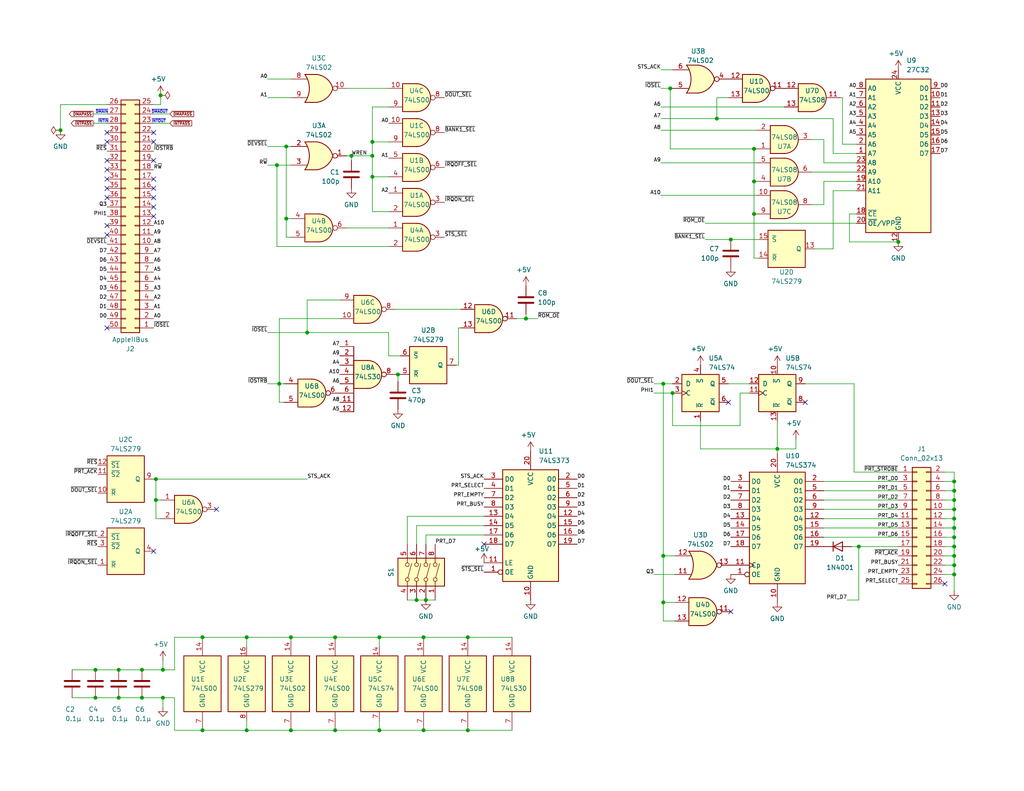
<source format=kicad_sch>
(kicad_sch (version 20230121) (generator eeschema)
  (paper "USLetter")
  (title_block (title "Orange Micro Grappler+ Printer Card") (date "2023-11-06") (rev "C") (comment 2 "captured by Mark Aikens") (comment 3 "by Orange Micro") (comment 4 "Apple II printer card"))
  (lib_symbols
    (symbol "74xx:74LS00" (pin_names (offset 1.016))
      (property "Reference" "U" (at 0 1.27 0))
      (property "Value" "74LS00" (at 0 -1.27 0))
      (symbol "74LS00_1_1"
        (pin input line (at -7.62 2.54 0) (length 3.81) (name "~") (number "1"))
        (pin input line (at -7.62 -2.54 0) (length 3.81) (name "~") (number "2"))
        (pin output inverted (at 7.62 0 180) (length 3.81) (name "~") (number "3"))
      )
      (symbol "74LS00_1_2"
        (pin input inverted (at -7.62 2.54 0) (length 4.318) (name "~") (number "1"))
        (pin input inverted (at -7.62 -2.54 0) (length 4.318) (name "~") (number "2"))
        (pin output line (at 7.62 0 180) (length 3.81) (name "~") (number "3"))
      )
      (symbol "74LS00_2_1"
        (pin input line (at -7.62 2.54 0) (length 3.81) (name "~") (number "4"))
        (pin input line (at -7.62 -2.54 0) (length 3.81) (name "~") (number "5"))
        (pin output inverted (at 7.62 0 180) (length 3.81) (name "~") (number "6"))
      )
      (symbol "74LS00_2_2"
        (pin input inverted (at -7.62 2.54 0) (length 4.318) (name "~") (number "4"))
        (pin input inverted (at -7.62 -2.54 0) (length 4.318) (name "~") (number "5"))
        (pin output line (at 7.62 0 180) (length 3.81) (name "~") (number "6"))
      )
      (symbol "74LS00_3_1"
        (pin input line (at -7.62 -2.54 0) (length 3.81) (name "~") (number "10"))
        (pin output inverted (at 7.62 0 180) (length 3.81) (name "~") (number "8"))
        (pin input line (at -7.62 2.54 0) (length 3.81) (name "~") (number "9"))
      )
      (symbol "74LS00_3_2"
        (pin input inverted (at -7.62 -2.54 0) (length 4.318) (name "~") (number "10"))
        (pin output line (at 7.62 0 180) (length 3.81) (name "~") (number "8"))
        (pin input inverted (at -7.62 2.54 0) (length 4.318) (name "~") (number "9"))
      )
      (symbol "74LS00_4_1"
        (pin output inverted (at 7.62 0 180) (length 3.81) (name "~") (number "11"))
        (pin input line (at -7.62 2.54 0) (length 3.81) (name "~") (number "12"))
        (pin input line (at -7.62 -2.54 0) (length 3.81) (name "~") (number "13"))
      )
      (symbol "74LS00_4_2"
        (pin output line (at 7.62 0 180) (length 3.81) (name "~") (number "11"))
        (pin input inverted (at -7.62 2.54 0) (length 4.318) (name "~") (number "12"))
        (pin input inverted (at -7.62 -2.54 0) (length 4.318) (name "~") (number "13"))
      )
      (symbol "74LS00_5_0"
        (pin power_in line (at 0 12.7 270) (length 5.08) (name "VCC") (number "14"))
        (pin power_in line (at 0 -12.7 90) (length 5.08) (name "GND") (number "7"))
      )
    )
    (symbol "74xx:74LS02" (pin_names (offset 1.016))
      (property "Reference" "U" (at 0 1.27 0))
      (property "Value" "74LS02" (at 0 -1.27 0))
      (symbol "74LS02_1_1"
        (pin output inverted (at 7.62 0 180) (length 3.81) (name "~") (number "1"))
        (pin input line (at -7.62 2.54 0) (length 4.318) (name "~") (number "2"))
        (pin input line (at -7.62 -2.54 0) (length 4.318) (name "~") (number "3"))
      )
      (symbol "74LS02_1_2"
        (pin output line (at 7.62 0 180) (length 3.81) (name "~") (number "1"))
        (pin input inverted (at -7.62 2.54 0) (length 3.81) (name "~") (number "2"))
        (pin input inverted (at -7.62 -2.54 0) (length 3.81) (name "~") (number "3"))
      )
      (symbol "74LS02_2_1"
        (pin output inverted (at 7.62 0 180) (length 3.81) (name "~") (number "4"))
        (pin input line (at -7.62 2.54 0) (length 4.318) (name "~") (number "5"))
        (pin input line (at -7.62 -2.54 0) (length 4.318) (name "~") (number "6"))
      )
      (symbol "74LS02_2_2"
        (pin output line (at 7.62 0 180) (length 3.81) (name "~") (number "4"))
        (pin input inverted (at -7.62 2.54 0) (length 3.81) (name "~") (number "5"))
        (pin input inverted (at -7.62 -2.54 0) (length 3.81) (name "~") (number "6"))
      )
      (symbol "74LS02_3_1"
        (pin output inverted (at 7.62 0 180) (length 3.81) (name "~") (number "10"))
        (pin input line (at -7.62 2.54 0) (length 4.318) (name "~") (number "8"))
        (pin input line (at -7.62 -2.54 0) (length 4.318) (name "~") (number "9"))
      )
      (symbol "74LS02_3_2"
        (pin output line (at 7.62 0 180) (length 3.81) (name "~") (number "10"))
        (pin input inverted (at -7.62 2.54 0) (length 3.81) (name "~") (number "8"))
        (pin input inverted (at -7.62 -2.54 0) (length 3.81) (name "~") (number "9"))
      )
      (symbol "74LS02_4_1"
        (pin input line (at -7.62 2.54 0) (length 4.318) (name "~") (number "11"))
        (pin input line (at -7.62 -2.54 0) (length 4.318) (name "~") (number "12"))
        (pin output inverted (at 7.62 0 180) (length 3.81) (name "~") (number "13"))
      )
      (symbol "74LS02_4_2"
        (pin input inverted (at -7.62 2.54 0) (length 3.81) (name "~") (number "11"))
        (pin input inverted (at -7.62 -2.54 0) (length 3.81) (name "~") (number "12"))
        (pin output line (at 7.62 0 180) (length 3.81) (name "~") (number "13"))
      )
      (symbol "74LS02_5_0"
        (pin power_in line (at 0 12.7 270) (length 5.08) (name "VCC") (number "14"))
        (pin power_in line (at 0 -12.7 90) (length 5.08) (name "GND") (number "7"))
      )
    )
    (symbol "74xx:74LS08" (pin_names (offset 1.016))
      (property "Reference" "U" (at 0 1.27 0))
      (property "Value" "74LS08" (at 0 -1.27 0))
      (symbol "74LS08_1_1"
        (pin input line (at -7.62 2.54 0) (length 3.81) (name "~") (number "1"))
        (pin input line (at -7.62 -2.54 0) (length 3.81) (name "~") (number "2"))
        (pin output line (at 7.62 0 180) (length 3.81) (name "~") (number "3"))
      )
      (symbol "74LS08_1_2"
        (pin input inverted (at -7.62 2.54 0) (length 4.318) (name "~") (number "1"))
        (pin input inverted (at -7.62 -2.54 0) (length 4.318) (name "~") (number "2"))
        (pin output inverted (at 7.62 0 180) (length 3.81) (name "~") (number "3"))
      )
      (symbol "74LS08_2_1"
        (pin input line (at -7.62 2.54 0) (length 3.81) (name "~") (number "4"))
        (pin input line (at -7.62 -2.54 0) (length 3.81) (name "~") (number "5"))
        (pin output line (at 7.62 0 180) (length 3.81) (name "~") (number "6"))
      )
      (symbol "74LS08_2_2"
        (pin input inverted (at -7.62 2.54 0) (length 4.318) (name "~") (number "4"))
        (pin input inverted (at -7.62 -2.54 0) (length 4.318) (name "~") (number "5"))
        (pin output inverted (at 7.62 0 180) (length 3.81) (name "~") (number "6"))
      )
      (symbol "74LS08_3_1"
        (pin input line (at -7.62 -2.54 0) (length 3.81) (name "~") (number "10"))
        (pin output line (at 7.62 0 180) (length 3.81) (name "~") (number "8"))
        (pin input line (at -7.62 2.54 0) (length 3.81) (name "~") (number "9"))
      )
      (symbol "74LS08_3_2"
        (pin input inverted (at -7.62 -2.54 0) (length 4.318) (name "~") (number "10"))
        (pin output inverted (at 7.62 0 180) (length 3.81) (name "~") (number "8"))
        (pin input inverted (at -7.62 2.54 0) (length 4.318) (name "~") (number "9"))
      )
      (symbol "74LS08_4_1"
        (pin output line (at 7.62 0 180) (length 3.81) (name "~") (number "11"))
        (pin input line (at -7.62 2.54 0) (length 3.81) (name "~") (number "12"))
        (pin input line (at -7.62 -2.54 0) (length 3.81) (name "~") (number "13"))
      )
      (symbol "74LS08_4_2"
        (pin output inverted (at 7.62 0 180) (length 3.81) (name "~") (number "11"))
        (pin input inverted (at -7.62 2.54 0) (length 4.318) (name "~") (number "12"))
        (pin input inverted (at -7.62 -2.54 0) (length 4.318) (name "~") (number "13"))
      )
      (symbol "74LS08_5_0"
        (pin power_in line (at 0 12.7 270) (length 5.08) (name "VCC") (number "14"))
        (pin power_in line (at 0 -12.7 90) (length 5.08) (name "GND") (number "7"))
      )
    )
    (symbol "74xx:74LS30" (pin_names (offset 1.016))
      (property "Reference" "U" (at 0 1.27 0))
      (property "Value" "74LS30" (at 0 -1.27 0))
      (symbol "74LS30_1_1"
        (pin input line (at -7.62 7.62 0) (length 3.81) (name "~") (number "1"))
        (pin input line (at -7.62 -7.62 0) (length 3.81) (name "~") (number "11"))
        (pin input line (at -7.62 -10.16 0) (length 3.81) (name "~") (number "12"))
        (pin input line (at -7.62 5.08 0) (length 3.81) (name "~") (number "2"))
        (pin input line (at -7.62 2.54 0) (length 3.81) (name "~") (number "3"))
        (pin input line (at -7.62 0 0) (length 3.81) (name "~") (number "4"))
        (pin input line (at -7.62 -2.54 0) (length 3.81) (name "~") (number "5"))
        (pin input line (at -7.62 -5.08 0) (length 3.81) (name "~") (number "6"))
        (pin output inverted (at 7.62 0 180) (length 3.81) (name "~") (number "8"))
      )
      (symbol "74LS30_1_2"
        (pin input inverted (at -7.62 7.62 0) (length 3.81) (name "~") (number "1"))
        (pin input inverted (at -7.62 -7.62 0) (length 3.81) (name "~") (number "11"))
        (pin input inverted (at -7.62 -10.16 0) (length 3.81) (name "~") (number "12"))
        (pin input inverted (at -7.62 5.08 0) (length 3.81) (name "~") (number "2"))
        (pin input inverted (at -7.62 2.54 0) (length 4.5466) (name "~") (number "3"))
        (pin input inverted (at -7.62 0 0) (length 5.08) (name "~") (number "4"))
        (pin input inverted (at -7.62 -2.54 0) (length 4.5466) (name "~") (number "5"))
        (pin input inverted (at -7.62 -5.08 0) (length 3.81) (name "~") (number "6"))
        (pin output line (at 7.62 0 180) (length 3.81) (name "~") (number "8"))
      )
      (symbol "74LS30_2_0"
        (pin power_in line (at 0 12.7 270) (length 5.08) (name "VCC") (number "14"))
        (pin power_in line (at 0 -12.7 90) (length 5.08) (name "GND") (number "7"))
      )
    )
    (symbol "74xx:74LS373"
      (property "Reference" "U" (at -7.62 16.51 0))
      (property "Value" "74LS373" (at -7.62 -16.51 0))
      (symbol "74LS373_1_0"
        (pin input inverted (at -12.7 -12.7 0) (length 5.08) (name "OE") (number "1"))
        (pin power_in line (at 0 -20.32 90) (length 5.08) (name "GND") (number "10"))
        (pin input line (at -12.7 -10.16 0) (length 5.08) (name "LE") (number "11"))
        (pin tri_state line (at 12.7 2.54 180) (length 5.08) (name "O4") (number "12"))
        (pin input line (at -12.7 2.54 0) (length 5.08) (name "D4") (number "13"))
        (pin input line (at -12.7 0 0) (length 5.08) (name "D5") (number "14"))
        (pin tri_state line (at 12.7 0 180) (length 5.08) (name "O5") (number "15"))
        (pin tri_state line (at 12.7 -2.54 180) (length 5.08) (name "O6") (number "16"))
        (pin input line (at -12.7 -2.54 0) (length 5.08) (name "D6") (number "17"))
        (pin input line (at -12.7 -5.08 0) (length 5.08) (name "D7") (number "18"))
        (pin tri_state line (at 12.7 -5.08 180) (length 5.08) (name "O7") (number "19"))
        (pin tri_state line (at 12.7 12.7 180) (length 5.08) (name "O0") (number "2"))
        (pin power_in line (at 0 20.32 270) (length 5.08) (name "VCC") (number "20"))
        (pin input line (at -12.7 12.7 0) (length 5.08) (name "D0") (number "3"))
        (pin input line (at -12.7 10.16 0) (length 5.08) (name "D1") (number "4"))
        (pin tri_state line (at 12.7 10.16 180) (length 5.08) (name "O1") (number "5"))
        (pin tri_state line (at 12.7 7.62 180) (length 5.08) (name "O2") (number "6"))
        (pin input line (at -12.7 7.62 0) (length 5.08) (name "D2") (number "7"))
        (pin input line (at -12.7 5.08 0) (length 5.08) (name "D3") (number "8"))
        (pin tri_state line (at 12.7 5.08 180) (length 5.08) (name "O3") (number "9"))
      )
    )
    (symbol "74xx:74LS374"
      (property "Reference" "U" (at -7.62 16.51 0))
      (property "Value" "74LS374" (at -7.62 -16.51 0))
      (symbol "74LS374_1_0"
        (pin input inverted (at -12.7 -12.7 0) (length 5.08) (name "OE") (number "1"))
        (pin power_in line (at 0 -20.32 90) (length 5.08) (name "GND") (number "10"))
        (pin input clock (at -12.7 -10.16 0) (length 5.08) (name "Cp") (number "11"))
        (pin tri_state line (at 12.7 2.54 180) (length 5.08) (name "O4") (number "12"))
        (pin input line (at -12.7 2.54 0) (length 5.08) (name "D4") (number "13"))
        (pin input line (at -12.7 0 0) (length 5.08) (name "D5") (number "14"))
        (pin tri_state line (at 12.7 0 180) (length 5.08) (name "O5") (number "15"))
        (pin tri_state line (at 12.7 -2.54 180) (length 5.08) (name "O6") (number "16"))
        (pin input line (at -12.7 -2.54 0) (length 5.08) (name "D6") (number "17"))
        (pin input line (at -12.7 -5.08 0) (length 5.08) (name "D7") (number "18"))
        (pin tri_state line (at 12.7 -5.08 180) (length 5.08) (name "O7") (number "19"))
        (pin tri_state line (at 12.7 12.7 180) (length 5.08) (name "O0") (number "2"))
        (pin power_in line (at 0 20.32 270) (length 5.08) (name "VCC") (number "20"))
        (pin input line (at -12.7 12.7 0) (length 5.08) (name "D0") (number "3"))
        (pin input line (at -12.7 10.16 0) (length 5.08) (name "D1") (number "4"))
        (pin tri_state line (at 12.7 10.16 180) (length 5.08) (name "O1") (number "5"))
        (pin tri_state line (at 12.7 7.62 180) (length 5.08) (name "O2") (number "6"))
        (pin input line (at -12.7 7.62 0) (length 5.08) (name "D2") (number "7"))
        (pin input line (at -12.7 5.08 0) (length 5.08) (name "D3") (number "8"))
        (pin tri_state line (at 12.7 5.08 180) (length 5.08) (name "O3") (number "9"))
      )
    )
    (symbol "74xx:74LS74" (pin_names (offset 1.016))
      (property "Reference" "U" (at -7.62 8.89 0))
      (property "Value" "74LS74" (at -7.62 -8.89 0))
      (symbol "74LS74_1_0"
        (pin input line (at 0 -7.62 90) (length 2.54) (name "~{R}") (number "1"))
        (pin input line (at -7.62 2.54 0) (length 2.54) (name "D") (number "2"))
        (pin input clock (at -7.62 0 0) (length 2.54) (name "C") (number "3"))
        (pin input line (at 0 7.62 270) (length 2.54) (name "~{S}") (number "4"))
        (pin output line (at 7.62 2.54 180) (length 2.54) (name "Q") (number "5"))
        (pin output line (at 7.62 -2.54 180) (length 2.54) (name "~{Q}") (number "6"))
      )
      (symbol "74LS74_2_0"
        (pin input line (at 0 7.62 270) (length 2.54) (name "~{S}") (number "10"))
        (pin input clock (at -7.62 0 0) (length 2.54) (name "C") (number "11"))
        (pin input line (at -7.62 2.54 0) (length 2.54) (name "D") (number "12"))
        (pin input line (at 0 -7.62 90) (length 2.54) (name "~{R}") (number "13"))
        (pin output line (at 7.62 -2.54 180) (length 2.54) (name "~{Q}") (number "8"))
        (pin output line (at 7.62 2.54 180) (length 2.54) (name "Q") (number "9"))
      )
      (symbol "74LS74_3_0"
        (pin power_in line (at 0 10.16 270) (length 2.54) (name "VCC") (number "14"))
        (pin power_in line (at 0 -10.16 90) (length 2.54) (name "GND") (number "7"))
      )
    )
    (symbol "Connector_Generic:Conn_02x13_Odd_Even" (pin_names (offset 1.016) hide)
      (property "Reference" "J" (at 1.27 17.78 0))
      (property "Value" "Conn_02x13_Odd_Even" (at 1.27 -17.78 0))
      (symbol "Conn_02x13_Odd_Even_1_1"
        (pin passive line (at -5.08 15.24 0) (length 3.81) (name "Pin_1") (number "1"))
        (pin passive line (at 7.62 5.08 180) (length 3.81) (name "Pin_10") (number "10"))
        (pin passive line (at -5.08 2.54 0) (length 3.81) (name "Pin_11") (number "11"))
        (pin passive line (at 7.62 2.54 180) (length 3.81) (name "Pin_12") (number "12"))
        (pin passive line (at -5.08 0 0) (length 3.81) (name "Pin_13") (number "13"))
        (pin passive line (at 7.62 0 180) (length 3.81) (name "Pin_14") (number "14"))
        (pin passive line (at -5.08 -2.54 0) (length 3.81) (name "Pin_15") (number "15"))
        (pin passive line (at 7.62 -2.54 180) (length 3.81) (name "Pin_16") (number "16"))
        (pin passive line (at -5.08 -5.08 0) (length 3.81) (name "Pin_17") (number "17"))
        (pin passive line (at 7.62 -5.08 180) (length 3.81) (name "Pin_18") (number "18"))
        (pin passive line (at -5.08 -7.62 0) (length 3.81) (name "Pin_19") (number "19"))
        (pin passive line (at 7.62 15.24 180) (length 3.81) (name "Pin_2") (number "2"))
        (pin passive line (at 7.62 -7.62 180) (length 3.81) (name "Pin_20") (number "20"))
        (pin passive line (at -5.08 -10.16 0) (length 3.81) (name "Pin_21") (number "21"))
        (pin passive line (at 7.62 -10.16 180) (length 3.81) (name "Pin_22") (number "22"))
        (pin passive line (at -5.08 -12.7 0) (length 3.81) (name "Pin_23") (number "23"))
        (pin passive line (at 7.62 -12.7 180) (length 3.81) (name "Pin_24") (number "24"))
        (pin passive line (at -5.08 -15.24 0) (length 3.81) (name "Pin_25") (number "25"))
        (pin passive line (at 7.62 -15.24 180) (length 3.81) (name "Pin_26") (number "26"))
        (pin passive line (at -5.08 12.7 0) (length 3.81) (name "Pin_3") (number "3"))
        (pin passive line (at 7.62 12.7 180) (length 3.81) (name "Pin_4") (number "4"))
        (pin passive line (at -5.08 10.16 0) (length 3.81) (name "Pin_5") (number "5"))
        (pin passive line (at 7.62 10.16 180) (length 3.81) (name "Pin_6") (number "6"))
        (pin passive line (at -5.08 7.62 0) (length 3.81) (name "Pin_7") (number "7"))
        (pin passive line (at 7.62 7.62 180) (length 3.81) (name "Pin_8") (number "8"))
        (pin passive line (at -5.08 5.08 0) (length 3.81) (name "Pin_9") (number "9"))
      )
    )
    (symbol "Connector_Generic:Conn_02x25_Counter_Clockwise" (pin_names (offset 1.016) hide)
      (property "Reference" "J" (at 1.27 33.02 0))
      (property "Value" "Conn_02x25_Counter_Clockwise" (at 1.27 -33.02 0))
      (symbol "Conn_02x25_Counter_Clockwise_1_1"
        (pin passive line (at -5.08 30.48 0) (length 3.81) (name "Pin_1") (number "1"))
        (pin passive line (at -5.08 7.62 0) (length 3.81) (name "Pin_10") (number "10"))
        (pin passive line (at -5.08 5.08 0) (length 3.81) (name "Pin_11") (number "11"))
        (pin passive line (at -5.08 2.54 0) (length 3.81) (name "Pin_12") (number "12"))
        (pin passive line (at -5.08 0 0) (length 3.81) (name "Pin_13") (number "13"))
        (pin passive line (at -5.08 -2.54 0) (length 3.81) (name "Pin_14") (number "14"))
        (pin passive line (at -5.08 -5.08 0) (length 3.81) (name "Pin_15") (number "15"))
        (pin passive line (at -5.08 -7.62 0) (length 3.81) (name "Pin_16") (number "16"))
        (pin passive line (at -5.08 -10.16 0) (length 3.81) (name "Pin_17") (number "17"))
        (pin passive line (at -5.08 -12.7 0) (length 3.81) (name "Pin_18") (number "18"))
        (pin passive line (at -5.08 -15.24 0) (length 3.81) (name "Pin_19") (number "19"))
        (pin passive line (at -5.08 27.94 0) (length 3.81) (name "Pin_2") (number "2"))
        (pin passive line (at -5.08 -17.78 0) (length 3.81) (name "Pin_20") (number "20"))
        (pin passive line (at -5.08 -20.32 0) (length 3.81) (name "Pin_21") (number "21"))
        (pin passive line (at -5.08 -22.86 0) (length 3.81) (name "Pin_22") (number "22"))
        (pin passive line (at -5.08 -25.4 0) (length 3.81) (name "Pin_23") (number "23"))
        (pin passive line (at -5.08 -27.94 0) (length 3.81) (name "Pin_24") (number "24"))
        (pin passive line (at -5.08 -30.48 0) (length 3.81) (name "Pin_25") (number "25"))
        (pin passive line (at 7.62 -30.48 180) (length 3.81) (name "Pin_26") (number "26"))
        (pin passive line (at 7.62 -27.94 180) (length 3.81) (name "Pin_27") (number "27"))
        (pin passive line (at 7.62 -25.4 180) (length 3.81) (name "Pin_28") (number "28"))
        (pin passive line (at 7.62 -22.86 180) (length 3.81) (name "Pin_29") (number "29"))
        (pin passive line (at -5.08 25.4 0) (length 3.81) (name "Pin_3") (number "3"))
        (pin passive line (at 7.62 -20.32 180) (length 3.81) (name "Pin_30") (number "30"))
        (pin passive line (at 7.62 -17.78 180) (length 3.81) (name "Pin_31") (number "31"))
        (pin passive line (at 7.62 -15.24 180) (length 3.81) (name "Pin_32") (number "32"))
        (pin passive line (at 7.62 -12.7 180) (length 3.81) (name "Pin_33") (number "33"))
        (pin passive line (at 7.62 -10.16 180) (length 3.81) (name "Pin_34") (number "34"))
        (pin passive line (at 7.62 -7.62 180) (length 3.81) (name "Pin_35") (number "35"))
        (pin passive line (at 7.62 -5.08 180) (length 3.81) (name "Pin_36") (number "36"))
        (pin passive line (at 7.62 -2.54 180) (length 3.81) (name "Pin_37") (number "37"))
        (pin passive line (at 7.62 0 180) (length 3.81) (name "Pin_38") (number "38"))
        (pin passive line (at 7.62 2.54 180) (length 3.81) (name "Pin_39") (number "39"))
        (pin passive line (at -5.08 22.86 0) (length 3.81) (name "Pin_4") (number "4"))
        (pin passive line (at 7.62 5.08 180) (length 3.81) (name "Pin_40") (number "40"))
        (pin passive line (at 7.62 7.62 180) (length 3.81) (name "Pin_41") (number "41"))
        (pin passive line (at 7.62 10.16 180) (length 3.81) (name "Pin_42") (number "42"))
        (pin passive line (at 7.62 12.7 180) (length 3.81) (name "Pin_43") (number "43"))
        (pin passive line (at 7.62 15.24 180) (length 3.81) (name "Pin_44") (number "44"))
        (pin passive line (at 7.62 17.78 180) (length 3.81) (name "Pin_45") (number "45"))
        (pin passive line (at 7.62 20.32 180) (length 3.81) (name "Pin_46") (number "46"))
        (pin passive line (at 7.62 22.86 180) (length 3.81) (name "Pin_47") (number "47"))
        (pin passive line (at 7.62 25.4 180) (length 3.81) (name "Pin_48") (number "48"))
        (pin passive line (at 7.62 27.94 180) (length 3.81) (name "Pin_49") (number "49"))
        (pin passive line (at -5.08 20.32 0) (length 3.81) (name "Pin_5") (number "5"))
        (pin passive line (at 7.62 30.48 180) (length 3.81) (name "Pin_50") (number "50"))
        (pin passive line (at -5.08 17.78 0) (length 3.81) (name "Pin_6") (number "6"))
        (pin passive line (at -5.08 15.24 0) (length 3.81) (name "Pin_7") (number "7"))
        (pin passive line (at -5.08 12.7 0) (length 3.81) (name "Pin_8") (number "8"))
        (pin passive line (at -5.08 10.16 0) (length 3.81) (name "Pin_9") (number "9"))
      )
    )
    (symbol "Device:C" (pin_numbers hide) (pin_names (offset 0.254))
      (property "Reference" "C" (at 0.635 2.54 0))
      (property "Value" "C" (at 0.635 -2.54 0))
      (symbol "C_1_1"
        (pin passive line (at 0 3.81 270) (length 2.794) (name "~") (number "1"))
        (pin passive line (at 0 -3.81 90) (length 2.794) (name "~") (number "2"))
      )
    )
    (symbol "Device:D" (pin_numbers hide) (pin_names (offset 1.016) hide)
      (property "Reference" "D" (at 0 2.54 0))
      (property "Value" "D" (at 0 -2.54 0))
      (symbol "D_1_1"
        (pin passive line (at -3.81 0 0) (length 2.54) (name "K") (number "1"))
        (pin passive line (at 3.81 0 180) (length 2.54) (name "A") (number "2"))
      )
    )
    (symbol "Logic:74LS279" (pin_names (offset 1.016))
      (property "Reference" "U" (at -10.16 7.62 0))
      (property "Value" "74LS279" (at -7.62 -8.89 0))
      (symbol "74LS279_1_0"
        (pin input line (at -7.62 -3.81 0) (length 2.54) (name "~{R}") (number "1"))
        (pin input line (at -7.62 3.81 0) (length 2.54) (name "~{S1}") (number "2"))
        (pin input line (at -7.62 1.27 0) (length 2.54) (name "~{S2}") (number "3"))
        (pin output line (at 7.62 0 180) (length 2.54) (name "Q") (number "4"))
      )
      (symbol "74LS279_2_0"
        (pin input line (at -7.62 -2.54 0) (length 2.54) (name "~{R}") (number "5"))
        (pin input line (at -7.62 2.54 0) (length 2.54) (name "~{S}") (number "6"))
        (pin output line (at 7.62 0 180) (length 2.54) (name "Q") (number "7"))
      )
      (symbol "74LS279_3_0"
        (pin input line (at -7.62 -3.81 0) (length 2.54) (name "~{R}") (number "10"))
        (pin input line (at -7.62 1.27 0) (length 2.54) (name "~{S2}") (number "11"))
        (pin input line (at -7.62 3.81 0) (length 2.54) (name "~{S1}") (number "12"))
        (pin output line (at 7.62 0 180) (length 2.54) (name "Q") (number "9"))
      )
      (symbol "74LS279_4_0"
        (pin output line (at 7.62 0 180) (length 2.54) (name "Q") (number "13"))
        (pin input line (at -7.62 -2.54 0) (length 2.54) (name "~{R}") (number "14"))
        (pin input line (at -7.62 2.54 0) (length 2.54) (name "~{S}") (number "15"))
      )
      (symbol "74LS279_5_0"
        (pin power_in line (at 0 10.16 270) (length 2.54) (name "VCC") (number "16"))
        (pin power_in line (at 0 -10.16 90) (length 2.54) (name "GND") (number "8"))
      )
    )
    (symbol "Memory:27C32"
      (property "Reference" "U" (at -7.62 24.13 0))
      (property "Value" "27C32" (at 2.54 -20.32 0))
      (symbol "27C32_1_1"
        (pin input line (at -10.16 2.54 0) (length 2.54) (name "A7") (number "1"))
        (pin tri_state line (at 12.7 17.78 180) (length 2.54) (name "D1") (number "10"))
        (pin tri_state line (at 12.7 15.24 180) (length 2.54) (name "D2") (number "11"))
        (pin power_in line (at 1.27 -21.59 90) (length 2.54) (name "GND") (number "12"))
        (pin tri_state line (at 12.7 12.7 180) (length 2.54) (name "D3") (number "13"))
        (pin tri_state line (at 12.7 10.16 180) (length 2.54) (name "D4") (number "14"))
        (pin tri_state line (at 12.7 7.62 180) (length 2.54) (name "D5") (number "15"))
        (pin tri_state line (at 12.7 5.08 180) (length 2.54) (name "D6") (number "16"))
        (pin tri_state line (at 12.7 2.54 180) (length 2.54) (name "D7") (number "17"))
        (pin input line (at -10.16 -13.97 0) (length 2.54) (name "~{CE}") (number "18"))
        (pin input line (at -10.16 -5.08 0) (length 2.54) (name "A10") (number "19"))
        (pin input line (at -10.16 5.08 0) (length 2.54) (name "A6") (number "2"))
        (pin input line (at -10.16 -16.51 0) (length 2.54) (name "~{OE}/VPP") (number "20"))
        (pin input line (at -10.16 -7.62 0) (length 2.54) (name "A11") (number "21"))
        (pin input line (at -10.16 -2.54 0) (length 2.54) (name "A9") (number "22"))
        (pin input line (at -10.16 0 0) (length 2.54) (name "A8") (number "23"))
        (pin power_in line (at 1.27 25.4 270) (length 2.54) (name "VCC") (number "24"))
        (pin input line (at -10.16 7.62 0) (length 2.54) (name "A5") (number "3"))
        (pin input line (at -10.16 10.16 0) (length 2.54) (name "A4") (number "4"))
        (pin input line (at -10.16 12.7 0) (length 2.54) (name "A3") (number "5"))
        (pin input line (at -10.16 15.24 0) (length 2.54) (name "A2") (number "6"))
        (pin input line (at -10.16 17.78 0) (length 2.54) (name "A1") (number "7"))
        (pin input line (at -10.16 20.32 0) (length 2.54) (name "A0") (number "8"))
        (pin tri_state line (at 12.7 20.32 180) (length 2.54) (name "D0") (number "9"))
      )
    )
    (symbol "Switch:SW_DIP_x04" (pin_names (offset 0) hide)
      (property "Reference" "SW" (at 0 8.89 0))
      (property "Value" "SW_DIP_x04" (at 0 -6.35 0))
      (symbol "SW_DIP_x04_1_1"
        (pin passive line (at -7.62 5.08 0) (length 5.08) (name "~") (number "1"))
        (pin passive line (at -7.62 2.54 0) (length 5.08) (name "~") (number "2"))
        (pin passive line (at -7.62 0 0) (length 5.08) (name "~") (number "3"))
        (pin passive line (at -7.62 -2.54 0) (length 5.08) (name "~") (number "4"))
        (pin passive line (at 7.62 -2.54 180) (length 5.08) (name "~") (number "5"))
        (pin passive line (at 7.62 0 180) (length 5.08) (name "~") (number "6"))
        (pin passive line (at 7.62 2.54 180) (length 5.08) (name "~") (number "7"))
        (pin passive line (at 7.62 5.08 180) (length 5.08) (name "~") (number "8"))
      )
    )
    (symbol "power:+5V" (power) (pin_names (offset 0))
      (property "Value" "+5V" (at 0 3.556 0))
      (symbol "+5V_1_1"
        (pin power_in line (at 0 0 90) (length 0) hide (name "+5V") (number "1"))
      )
    )
    (symbol "power:GND" (power) (pin_names (offset 0))
      (property "Value" "GND" (at 0 -3.81 0))
      (symbol "GND_1_1"
        (pin power_in line (at 0 0 270) (length 0) hide (name "GND") (number "1"))
      )
    )
    (symbol "power:PWR_FLAG" (power) (pin_numbers hide) (pin_names (offset 0) hide)
      (property "Value" "PWR_FLAG" (at 0 3.81 0))
      (symbol "PWR_FLAG_0_0"
        (pin power_out line (at 0 0 90) (length 0) (name "pwr") (number "1"))
      )
    )
  )
  (junction (at 55.245 199.39))
  (junction (at 260.35 154.305))
  (junction (at 127.635 173.99))
  (junction (at 75.565 45.085))
  (junction (at 180.975 151.765))
  (junction (at 43.815 26.035))
  (junction (at 260.35 136.525))
  (junction (at 44.45 182.88))
  (junction (at 103.505 173.99))
  (junction (at 42.545 136.525))
  (junction (at 103.505 199.39))
  (junction (at 67.31 173.99))
  (junction (at 127.635 199.39))
  (junction (at 32.385 190.5))
  (junction (at 101.6 42.545))
  (junction (at 108.585 102.235))
  (junction (at 180.975 164.465))
  (junction (at 260.35 133.985))
  (junction (at 260.35 139.065))
  (junction (at 55.245 173.99))
  (junction (at 205.74 58.42))
  (junction (at 260.35 149.225))
  (junction (at 260.35 151.765))
  (junction (at 182.88 24.13))
  (junction (at 113.665 163.83))
  (junction (at 32.385 182.88))
  (junction (at 76.2 104.775))
  (junction (at 91.44 199.39))
  (junction (at 67.31 199.39))
  (junction (at 116.205 163.83))
  (junction (at 101.6 48.26))
  (junction (at 26.035 190.5))
  (junction (at 199.39 65.405))
  (junction (at 115.57 173.99))
  (junction (at 212.09 122.555))
  (junction (at 78.105 40.005))
  (junction (at 143.51 86.995))
  (junction (at 44.45 190.5))
  (junction (at 260.35 131.445))
  (junction (at 95.885 42.545))
  (junction (at 180.975 104.775))
  (junction (at 245.11 66.04))
  (junction (at 79.375 199.39))
  (junction (at 26.035 182.88))
  (junction (at 205.74 40.64))
  (junction (at 260.35 146.685))
  (junction (at 234.315 149.225))
  (junction (at 78.105 59.69))
  (junction (at 195.58 32.385))
  (junction (at 79.375 173.99))
  (junction (at 16.51 35.56))
  (junction (at 101.6 38.735))
  (junction (at 83.82 90.805))
  (junction (at 115.57 199.39))
  (junction (at 205.74 49.53))
  (junction (at 260.35 144.145))
  (junction (at 38.735 190.5))
  (junction (at 260.35 141.605))
  (junction (at 183.515 107.315))
  (junction (at 42.545 130.81))
  (junction (at 38.735 182.88))
  (junction (at 91.44 173.99))
  (junction (at 260.35 156.845))
  (no_connect (at 257.81 159.385))
  (no_connect (at 199.39 167.005))
  (no_connect (at 29.21 43.815))
  (no_connect (at 29.21 48.895))
  (no_connect (at 41.91 59.055))
  (no_connect (at 29.21 38.735))
  (no_connect (at 132.08 148.59))
  (no_connect (at 29.21 89.535))
  (no_connect (at 29.21 53.975))
  (no_connect (at 29.21 61.595))
  (no_connect (at 219.71 109.855))
  (no_connect (at 29.21 64.135))
  (no_connect (at 41.91 56.515))
  (no_connect (at 29.21 51.435))
  (no_connect (at 41.91 150.495))
  (no_connect (at 59.055 139.065))
  (no_connect (at 198.755 109.855))
  (no_connect (at 41.91 43.815))
  (no_connect (at 41.91 51.435))
  (no_connect (at 41.91 36.195))
  (no_connect (at 41.91 38.735))
  (no_connect (at 29.21 36.195))
  (no_connect (at 41.91 48.895))
  (no_connect (at 29.21 46.355))
  (no_connect (at 41.91 53.975))
  (wire (pts (xy 180.34 19.05) (xy 183.515 19.05)))
  (wire (pts (xy 180.34 32.385) (xy 195.58 32.385)))
  (wire (pts (xy 127.635 173.99) (xy 139.7 173.99)))
  (wire (pts (xy 180.34 24.13) (xy 182.88 24.13)))
  (wire (pts (xy 106.045 90.805) (xy 106.045 97.155)))
  (wire (pts (xy 231.775 58.42) (xy 231.775 66.04)))
  (wire (pts (xy 191.135 122.555) (xy 191.135 114.935)))
  (wire (pts (xy 232.41 149.225) (xy 234.315 149.225)))
  (wire (pts (xy 111.125 140.97) (xy 132.08 140.97)))
  (wire (pts (xy 77.47 104.775) (xy 76.2 104.775)))
  (wire (pts (xy 41.91 130.81) (xy 42.545 130.81)))
  (wire (pts (xy 260.35 139.065) (xy 260.35 141.605)))
  (wire (pts (xy 103.505 199.39) (xy 103.505 196.85)))
  (wire (pts (xy 103.505 199.39) (xy 115.57 199.39)))
  (wire (pts (xy 95.885 42.545) (xy 95.885 43.815)))
  (wire (pts (xy 184.15 164.465) (xy 180.975 164.465)))
  (wire (pts (xy 73.025 90.805) (xy 83.82 90.805)))
  (wire (pts (xy 212.09 122.555) (xy 212.09 123.825)))
  (wire (pts (xy 227.33 32.385) (xy 227.33 41.91)))
  (wire (pts (xy 127.635 199.39) (xy 139.7 199.39)))
  (wire (pts (xy 76.2 109.855) (xy 76.2 104.775)))
  (wire (pts (xy 257.81 139.065) (xy 260.35 139.065)))
  (wire (pts (xy 101.6 38.735) (xy 106.045 38.735)))
  (wire (pts (xy 180.975 151.765) (xy 184.15 151.765)))
  (wire (pts (xy 125.095 89.535) (xy 125.095 99.695)))
  (wire (pts (xy 224.79 131.445) (xy 245.11 131.445)))
  (wire (pts (xy 224.79 136.525) (xy 245.11 136.525)))
  (wire (pts (xy 55.245 173.99) (xy 67.31 173.99)))
  (wire (pts (xy 227.33 67.945) (xy 222.25 67.945)))
  (wire (pts (xy 201.93 107.315) (xy 204.47 107.315)))
  (wire (pts (xy 257.81 133.985) (xy 260.35 133.985)))
  (wire (pts (xy 103.505 173.99) (xy 103.505 176.53)))
  (wire (pts (xy 182.88 40.64) (xy 205.74 40.64)))
  (wire (pts (xy 199.39 65.405) (xy 207.01 65.405)))
  (wire (pts (xy 260.35 136.525) (xy 260.35 139.065)))
  (wire (pts (xy 180.975 104.775) (xy 180.975 151.765)))
  (wire (pts (xy 79.375 199.39) (xy 91.44 199.39)))
  (wire (pts (xy 95.885 42.545) (xy 101.6 42.545)))
  (wire (pts (xy 79.375 173.99) (xy 67.31 173.99)))
  (wire (pts (xy 260.35 128.905) (xy 260.35 131.445)))
  (wire (pts (xy 47.625 190.5) (xy 47.625 199.39)))
  (wire (pts (xy 106.045 48.26) (xy 101.6 48.26)))
  (wire (pts (xy 221.615 46.99) (xy 233.68 46.99)))
  (wire (pts (xy 73.025 104.775) (xy 76.2 104.775)))
  (wire (pts (xy 94.615 42.545) (xy 95.885 42.545)))
  (wire (pts (xy 227.33 52.07) (xy 233.68 52.07)))
  (wire (pts (xy 101.6 42.545) (xy 101.6 38.735)))
  (wire (pts (xy 111.125 140.97) (xy 111.125 148.59)))
  (wire (pts (xy 233.68 58.42) (xy 231.775 58.42)))
  (wire (pts (xy 257.81 151.765) (xy 260.35 151.765)))
  (wire (pts (xy 178.435 104.775) (xy 180.975 104.775)))
  (wire (pts (xy 116.205 146.05) (xy 116.205 148.59)))
  (wire (pts (xy 257.81 141.605) (xy 260.35 141.605)))
  (wire (pts (xy 67.31 199.39) (xy 67.31 196.85)))
  (wire (pts (xy 183.515 107.315) (xy 183.515 116.205)))
  (wire (pts (xy 32.385 190.5) (xy 38.735 190.5)))
  (wire (pts (xy 116.205 163.83) (xy 113.665 163.83)))
  (wire (pts (xy 180.34 35.56) (xy 206.375 35.56)))
  (wire (pts (xy 101.6 48.26) (xy 101.6 42.545)))
  (wire (pts (xy 205.74 58.42) (xy 205.74 70.485)))
  (wire (pts (xy 32.385 182.88) (xy 38.735 182.88)))
  (wire (pts (xy 229.235 26.67) (xy 229.87 26.67)))
  (wire (pts (xy 109.22 102.235) (xy 108.585 102.235)))
  (wire (pts (xy 201.93 107.315) (xy 201.93 116.205)))
  (wire (pts (xy 73.025 21.59) (xy 79.375 21.59)))
  (wire (pts (xy 94.615 24.13) (xy 106.045 24.13)))
  (wire (pts (xy 221.615 55.88) (xy 224.79 55.88)))
  (wire (pts (xy 180.34 44.45) (xy 206.375 44.45)))
  (wire (pts (xy 107.95 84.455) (xy 125.73 84.455)))
  (wire (pts (xy 260.35 151.765) (xy 260.35 154.305)))
  (wire (pts (xy 113.665 143.51) (xy 132.08 143.51)))
  (wire (pts (xy 25.4 31.115) (xy 29.21 31.115)))
  (wire (pts (xy 116.205 146.05) (xy 132.08 146.05)))
  (wire (pts (xy 227.33 52.07) (xy 227.33 67.945)))
  (wire (pts (xy 260.35 156.845) (xy 260.35 161.29)))
  (wire (pts (xy 224.79 133.985) (xy 245.11 133.985)))
  (wire (pts (xy 217.17 122.555) (xy 212.09 122.555)))
  (wire (pts (xy 178.435 156.845) (xy 184.15 156.845)))
  (wire (pts (xy 91.44 173.99) (xy 103.505 173.99)))
  (wire (pts (xy 257.81 146.685) (xy 260.35 146.685)))
  (wire (pts (xy 205.74 70.485) (xy 207.01 70.485)))
  (wire (pts (xy 75.565 67.31) (xy 106.045 67.31)))
  (wire (pts (xy 42.545 130.81) (xy 42.545 136.525)))
  (wire (pts (xy 42.545 130.81) (xy 83.82 130.81)))
  (wire (pts (xy 180.975 151.765) (xy 180.975 164.465)))
  (wire (pts (xy 260.35 131.445) (xy 260.35 133.985)))
  (wire (pts (xy 118.745 163.83) (xy 116.205 163.83)))
  (wire (pts (xy 195.58 32.385) (xy 227.33 32.385)))
  (wire (pts (xy 260.35 144.145) (xy 260.35 146.685)))
  (wire (pts (xy 224.79 146.685) (xy 245.11 146.685)))
  (wire (pts (xy 224.79 38.1) (xy 221.615 38.1)))
  (wire (pts (xy 44.45 190.5) (xy 47.625 190.5)))
  (wire (pts (xy 195.58 26.67) (xy 195.58 32.385)))
  (wire (pts (xy 146.685 86.995) (xy 143.51 86.995)))
  (wire (pts (xy 47.625 199.39) (xy 55.245 199.39)))
  (wire (pts (xy 78.105 59.69) (xy 79.375 59.69)))
  (wire (pts (xy 78.105 40.005) (xy 79.375 40.005)))
  (wire (pts (xy 41.91 31.115) (xy 46.355 31.115)))
  (wire (pts (xy 25.4 33.655) (xy 29.21 33.655)))
  (wire (pts (xy 206.375 40.64) (xy 205.74 40.64)))
  (wire (pts (xy 42.545 136.525) (xy 43.815 136.525)))
  (wire (pts (xy 231.14 163.83) (xy 234.315 163.83)))
  (wire (pts (xy 42.545 141.605) (xy 43.815 141.605)))
  (wire (pts (xy 67.31 199.39) (xy 79.375 199.39)))
  (wire (pts (xy 212.09 114.935) (xy 212.09 122.555)))
  (wire (pts (xy 260.35 141.605) (xy 260.35 144.145)))
  (wire (pts (xy 125.095 99.695) (xy 124.46 99.695)))
  (wire (pts (xy 106.045 29.21) (xy 101.6 29.21)))
  (wire (pts (xy 43.815 26.035) (xy 43.815 28.575)))
  (wire (pts (xy 73.025 40.005) (xy 78.105 40.005)))
  (wire (pts (xy 229.87 39.37) (xy 233.68 39.37)))
  (wire (pts (xy 192.405 60.96) (xy 233.68 60.96)))
  (wire (pts (xy 108.585 102.235) (xy 107.95 102.235)))
  (wire (pts (xy 260.35 149.225) (xy 260.35 151.765)))
  (wire (pts (xy 257.81 136.525) (xy 260.35 136.525)))
  (wire (pts (xy 101.6 57.785) (xy 106.045 57.785)))
  (wire (pts (xy 44.45 193.04) (xy 44.45 190.5)))
  (wire (pts (xy 260.35 146.685) (xy 260.35 149.225)))
  (wire (pts (xy 143.51 86.995) (xy 140.97 86.995)))
  (wire (pts (xy 83.82 90.805) (xy 106.045 90.805)))
  (wire (pts (xy 180.34 29.21) (xy 213.995 29.21)))
  (wire (pts (xy 233.045 128.905) (xy 245.11 128.905)))
  (wire (pts (xy 55.245 199.39) (xy 67.31 199.39)))
  (wire (pts (xy 257.81 131.445) (xy 260.35 131.445)))
  (wire (pts (xy 260.35 154.305) (xy 260.35 156.845)))
  (wire (pts (xy 224.79 55.88) (xy 224.79 49.53)))
  (wire (pts (xy 16.51 28.575) (xy 16.51 35.56)))
  (wire (pts (xy 257.81 149.225) (xy 260.35 149.225)))
  (wire (pts (xy 260.35 156.845) (xy 257.81 156.845)))
  (wire (pts (xy 234.315 149.225) (xy 234.315 163.83)))
  (wire (pts (xy 224.79 139.065) (xy 245.11 139.065)))
  (wire (pts (xy 205.74 49.53) (xy 206.375 49.53)))
  (wire (pts (xy 234.315 149.225) (xy 245.11 149.225)))
  (wire (pts (xy 224.79 144.145) (xy 245.11 144.145)))
  (wire (pts (xy 67.31 173.99) (xy 67.31 176.53)))
  (wire (pts (xy 73.025 26.67) (xy 79.375 26.67)))
  (wire (pts (xy 224.79 49.53) (xy 233.68 49.53)))
  (wire (pts (xy 47.625 173.99) (xy 47.625 182.88)))
  (wire (pts (xy 125.73 89.535) (xy 125.095 89.535)))
  (wire (pts (xy 143.51 85.725) (xy 143.51 86.995)))
  (wire (pts (xy 180.975 164.465) (xy 180.975 169.545)))
  (wire (pts (xy 76.2 86.995) (xy 92.71 86.995)))
  (wire (pts (xy 260.35 133.985) (xy 260.35 136.525)))
  (wire (pts (xy 257.81 128.905) (xy 260.35 128.905)))
  (wire (pts (xy 108.585 102.235) (xy 108.585 104.14)))
  (wire (pts (xy 184.15 169.545) (xy 180.975 169.545)))
  (wire (pts (xy 219.71 104.775) (xy 233.045 104.775)))
  (wire (pts (xy 233.045 104.775) (xy 233.045 128.905)))
  (wire (pts (xy 192.405 65.405) (xy 199.39 65.405)))
  (wire (pts (xy 78.105 64.77) (xy 79.375 64.77)))
  (wire (pts (xy 19.685 182.88) (xy 26.035 182.88)))
  (wire (pts (xy 229.87 26.67) (xy 229.87 39.37)))
  (wire (pts (xy 106.045 97.155) (xy 109.22 97.155)))
  (wire (pts (xy 75.565 45.085) (xy 79.375 45.085)))
  (wire (pts (xy 115.57 173.99) (xy 103.505 173.99)))
  (wire (pts (xy 55.245 173.99) (xy 47.625 173.99)))
  (wire (pts (xy 180.34 53.34) (xy 206.375 53.34)))
  (wire (pts (xy 113.665 163.83) (xy 111.125 163.83)))
  (wire (pts (xy 113.665 148.59) (xy 113.665 143.51)))
  (wire (pts (xy 83.82 90.805) (xy 83.82 81.915)))
  (wire (pts (xy 73.025 45.085) (xy 75.565 45.085)))
  (wire (pts (xy 42.545 136.525) (xy 42.545 141.605)))
  (wire (pts (xy 44.45 180.34) (xy 44.45 182.88)))
  (wire (pts (xy 198.755 104.775) (xy 204.47 104.775)))
  (wire (pts (xy 79.375 173.99) (xy 91.44 173.99)))
  (wire (pts (xy 217.17 122.555) (xy 217.17 120.015)))
  (wire (pts (xy 115.57 173.99) (xy 127.635 173.99)))
  (wire (pts (xy 94.615 62.23) (xy 106.045 62.23)))
  (wire (pts (xy 205.74 49.53) (xy 205.74 58.42)))
  (wire (pts (xy 191.135 122.555) (xy 212.09 122.555)))
  (wire (pts (xy 205.74 58.42) (xy 206.375 58.42)))
  (wire (pts (xy 224.79 44.45) (xy 233.68 44.45)))
  (wire (pts (xy 180.975 104.775) (xy 183.515 104.775)))
  (wire (pts (xy 231.775 66.04) (xy 245.11 66.04)))
  (wire (pts (xy 257.81 144.145) (xy 260.35 144.145)))
  (wire (pts (xy 78.105 59.69) (xy 78.105 64.77)))
  (wire (pts (xy 26.035 182.88) (xy 32.385 182.88)))
  (wire (pts (xy 201.93 116.205) (xy 183.515 116.205)))
  (wire (pts (xy 19.685 190.5) (xy 26.035 190.5)))
  (wire (pts (xy 224.79 141.605) (xy 245.11 141.605)))
  (wire (pts (xy 257.81 154.305) (xy 260.35 154.305)))
  (wire (pts (xy 38.735 182.88) (xy 44.45 182.88)))
  (wire (pts (xy 115.57 199.39) (xy 127.635 199.39)))
  (wire (pts (xy 75.565 45.085) (xy 75.565 67.31)))
  (wire (pts (xy 182.88 24.13) (xy 182.88 40.64)))
  (wire (pts (xy 77.47 109.855) (xy 76.2 109.855)))
  (wire (pts (xy 182.88 24.13) (xy 183.515 24.13)))
  (wire (pts (xy 41.91 33.655) (xy 46.355 33.655)))
  (wire (pts (xy 205.74 40.64) (xy 205.74 49.53)))
  (wire (pts (xy 38.735 190.5) (xy 44.45 190.5)))
  (wire (pts (xy 227.33 41.91) (xy 233.68 41.91)))
  (wire (pts (xy 91.44 199.39) (xy 103.505 199.39)))
  (wire (pts (xy 47.625 182.88) (xy 44.45 182.88)))
  (wire (pts (xy 76.2 86.995) (xy 76.2 104.775)))
  (wire (pts (xy 195.58 26.67) (xy 198.755 26.67)))
  (wire (pts (xy 101.6 48.26) (xy 101.6 57.785)))
  (wire (pts (xy 26.035 190.5) (xy 32.385 190.5)))
  (wire (pts (xy 224.79 44.45) (xy 224.79 38.1)))
  (wire (pts (xy 178.435 107.315) (xy 183.515 107.315)))
  (wire (pts (xy 29.21 28.575) (xy 16.51 28.575)))
  (wire (pts (xy 43.815 28.575) (xy 41.91 28.575)))
  (wire (pts (xy 78.105 40.005) (xy 78.105 59.69)))
  (wire (pts (xy 83.82 81.915) (xy 92.71 81.915)))
  (wire (pts (xy 101.6 29.21) (xy 101.6 38.735)))
  (text "~{DMAIN}" (at 26.035 31.115 0) (effects (font (size 0.75 0.75)) (justify left bottom)))
  (text "~{INTOUT}" (at 41.275 33.655 0) (effects (font (size 0.75 0.75)) (justify left bottom)))
  (text "~{DMAOUT}" (at 41.275 31.115 0) (effects (font (size 0.75 0.75)) (justify left bottom)))
  (text "~{INTIN}" (at 26.67 33.655 0) (effects (font (size 0.75 0.75)) (justify left bottom)))
  (label "Q3" (at 29.21 56.515 180) (effects (font (size 1 1))))
  (label "A2" (at 106.045 52.705 180) (effects (font (size 1 1))))
  (label "D3" (at 256.54 31.75 0) (effects (font (size 1 1))))
  (label "A9" (at 180.34 44.45 180) (effects (font (size 1 1))))
  (label "A6" (at 180.34 29.21 180) (effects (font (size 1 1))))
  (label "A3" (at 41.91 79.375 0) (effects (font (size 1 1))))
  (label "A6" (at 41.91 71.755 0) (effects (font (size 1 1))))
  (label "~{IOSTRB}" (at 41.91 41.275 0) (effects (font (size 1 1))))
  (label "STS_ACK" (at 132.08 130.81 180) (effects (font (size 1 1))))
  (label "~{PRT_ACK}" (at 245.11 151.765 180) (effects (font (size 1 1))))
  (label "D5" (at 256.54 36.83 0) (effects (font (size 1 1))))
  (label "D5" (at 29.21 74.295 180) (effects (font (size 1 1))))
  (label "D2" (at 29.21 81.915 180) (effects (font (size 1 1))))
  (label "A5" (at 233.68 36.83 180) (effects (font (size 1 1))))
  (label "A9" (at 92.71 97.155 180) (effects (font (size 1 1))))
  (label "D0" (at 157.48 130.81 0) (effects (font (size 1 1))))
  (label "~{IOSTRB}" (at 73.025 104.775 180) (effects (font (size 1 1))))
  (label "D4" (at 199.39 141.605 180) (effects (font (size 1 1))))
  (label "D1" (at 199.39 133.985 180) (effects (font (size 1 1))))
  (label "A9" (at 41.91 64.135 0) (effects (font (size 1 1))))
  (label "A4" (at 41.91 76.835 0) (effects (font (size 1 1))))
  (label "D2" (at 256.54 29.21 0) (effects (font (size 1 1))))
  (label "D6" (at 29.21 71.755 180) (effects (font (size 1 1))))
  (label "PRT_BUSY" (at 132.08 138.43 180) (effects (font (size 1 1))))
  (label "~{IOSEL}" (at 73.025 90.805 180) (effects (font (size 1 1))))
  (label "~{IRQOFF_SEL}" (at 121.285 45.72 0) (effects (font (size 1 1))))
  (label "PRT_EMPTY" (at 132.08 135.89 180) (effects (font (size 1 1))))
  (label "D1" (at 29.21 84.455 180) (effects (font (size 1 1))))
  (label "Q3" (at 178.435 156.845 180) (effects (font (size 1 1))))
  (label "D0" (at 29.21 86.995 180) (effects (font (size 1 1))))
  (label "D1" (at 256.54 26.67 0) (effects (font (size 1 1))))
  (label "~{STS_SEL}" (at 132.08 156.21 180) (effects (font (size 1 1))))
  (label "A8" (at 41.91 66.675 0) (effects (font (size 1 1))))
  (label "D2" (at 157.48 135.89 0) (effects (font (size 1 1))))
  (label "A7" (at 41.91 69.215 0) (effects (font (size 1 1))))
  (label "D3" (at 199.39 139.065 180) (effects (font (size 1 1))))
  (label "~{RES}" (at 26.67 127 180) (effects (font (size 1 1))))
  (label "A4" (at 233.68 34.29 180) (effects (font (size 1 1))))
  (label "D6" (at 256.54 39.37 0) (effects (font (size 1 1))))
  (label "A0" (at 41.91 86.995 0) (effects (font (size 1 1))))
  (label "PRT_D2" (at 245.11 136.525 180) (effects (font (size 1 1))))
  (label "A1" (at 41.91 84.455 0) (effects (font (size 1 1))))
  (label "A4" (at 92.71 99.695 180) (effects (font (size 1 1))))
  (label "PRT_EMPTY" (at 245.11 156.845 180) (effects (font (size 1 1))))
  (label "~{DEVSEL}" (at 29.21 66.675 180) (effects (font (size 1 1))))
  (label "D5" (at 157.48 143.51 0) (effects (font (size 1 1))))
  (label "R~{W}" (at 73.025 45.085 180) (effects (font (size 1 1))))
  (label "A10" (at 41.91 61.595 0) (effects (font (size 1 1))))
  (label "D0" (at 256.54 24.13 0) (effects (font (size 1 1))))
  (label "PRT_D3" (at 245.11 139.065 180) (effects (font (size 1 1))))
  (label "PRT_SELECT" (at 132.08 133.35 180) (effects (font (size 1 1))))
  (label "PRT_D1" (at 245.11 133.985 180) (effects (font (size 1 1))))
  (label "D7" (at 157.48 148.59 0) (effects (font (size 1 1))))
  (label "A0" (at 233.68 24.13 180) (effects (font (size 1 1))))
  (label "PHI1" (at 29.21 59.055 180) (effects (font (size 1 1))))
  (label "D2" (at 199.39 136.525 180) (effects (font (size 1 1))))
  (label "STS_ACK" (at 180.34 19.05 180) (effects (font (size 1 1))))
  (label "A5" (at 41.91 74.295 0) (effects (font (size 1 1))))
  (label "D3" (at 157.48 138.43 0) (effects (font (size 1 1))))
  (label "~{ROM_OE}" (at 192.405 60.96 180) (effects (font (size 1 1))))
  (label "WREN" (at 95.885 42.545 0) (effects (font (size 1 1))))
  (label "D7" (at 29.21 69.215 180) (effects (font (size 1 1))))
  (label "A2" (at 41.91 81.915 0) (effects (font (size 1 1))))
  (label "A1" (at 106.045 43.18 180) (effects (font (size 1 1))))
  (label "A8" (at 180.34 35.56 180) (effects (font (size 1 1))))
  (label "A6" (at 92.71 104.775 180) (effects (font (size 1 1))))
  (label "PHI1" (at 178.435 107.315 180) (effects (font (size 1 1))))
  (label "~{BANK1_SEL}" (at 121.285 36.195 0) (effects (font (size 1 1))))
  (label "PRT_D7" (at 118.745 148.59 0) (effects (font (size 1 1))))
  (label "D0" (at 199.39 131.445 180) (effects (font (size 1 1))))
  (label "~{IOSEL}" (at 180.34 24.13 180) (effects (font (size 1 1))))
  (label "PRT_D4" (at 245.11 141.605 180) (effects (font (size 1 1))))
  (label "A8" (at 92.71 109.855 180) (effects (font (size 1 1))))
  (label "A1" (at 73.025 26.67 180) (effects (font (size 1 1))))
  (label "PRT_D0" (at 245.11 131.445 180) (effects (font (size 1 1))))
  (label "PRT_BUSY" (at 245.11 154.305 180) (effects (font (size 1 1))))
  (label "~{IRQOFF_SEL}" (at 26.67 146.685 180) (effects (font (size 1 1))))
  (label "PRT_SELECT" (at 245.11 159.385 180) (effects (font (size 1 1))))
  (label "D1" (at 157.48 133.35 0) (effects (font (size 1 1))))
  (label "~{IRQON_SEL}" (at 121.285 55.245 0) (effects (font (size 1 1))))
  (label "A10" (at 92.71 102.235 180) (effects (font (size 1 1))))
  (label "A1" (at 233.68 26.67 180) (effects (font (size 1 1))))
  (label "~{BANK1_SEL}" (at 192.405 65.405 180) (effects (font (size 1 1))))
  (label "STS_ACK" (at 83.82 130.81 0) (effects (font (size 1 1))))
  (label "A3" (at 233.68 31.75 180) (effects (font (size 1 1))))
  (label "~{PRT_ACK}" (at 26.67 129.54 180) (effects (font (size 1 1))))
  (label "D5" (at 199.39 144.145 180) (effects (font (size 1 1))))
  (label "D4" (at 29.21 76.835 180) (effects (font (size 1 1))))
  (label "~{RES}" (at 29.21 41.275 180) (effects (font (size 1 1))))
  (label "PRT_D6" (at 245.11 146.685 180) (effects (font (size 1 1))))
  (label "A10" (at 180.34 53.34 180) (effects (font (size 1 1))))
  (label "~{IRQON_SEL}" (at 26.67 154.305 180) (effects (font (size 1 1))))
  (label "~{DOUT_SEL}" (at 178.435 104.775 180) (effects (font (size 1 1))))
  (label "~{DOUT_SEL}" (at 26.67 134.62 180) (effects (font (size 1 1))))
  (label "D4" (at 157.48 140.97 0) (effects (font (size 1 1))))
  (label "D4" (at 256.54 34.29 0) (effects (font (size 1 1))))
  (label "PRT_D7" (at 231.14 163.83 180) (effects (font (size 1 1))))
  (label "A7" (at 92.71 94.615 180) (effects (font (size 1 1))))
  (label "D6" (at 199.39 146.685 180) (effects (font (size 1 1))))
  (label "~{RES}" (at 26.67 149.225 180) (effects (font (size 1 1))))
  (label "A0" (at 73.025 21.59 180) (effects (font (size 1 1))))
  (label "A2" (at 233.68 29.21 180) (effects (font (size 1 1))))
  (label "A5" (at 92.71 112.395 180) (effects (font (size 1 1))))
  (label "~{STS_SEL}" (at 121.285 64.77 0) (effects (font (size 1 1))))
  (label "A7" (at 180.34 32.385 180) (effects (font (size 1 1))))
  (label "D7" (at 199.39 149.225 180) (effects (font (size 1 1))))
  (label "PRT_D5" (at 245.11 144.145 180) (effects (font (size 1 1))))
  (label "~{PRT_STROBE}" (at 245.11 128.905 180) (effects (font (size 1 1))))
  (label "~{DOUT_SEL}" (at 121.285 26.67 0) (effects (font (size 1 1))))
  (label "D7" (at 256.54 41.91 0) (effects (font (size 1 1))))
  (label "A0" (at 106.045 33.655 180) (effects (font (size 1 1))))
  (label "~{ROM_OE}" (at 146.685 86.995 0) (effects (font (size 1 1))))
  (label "R~{W}" (at 41.91 46.355 0) (effects (font (size 1 1))))
  (label "D6" (at 157.48 146.05 0) (effects (font (size 1 1))))
  (label "~{DEVSEL}" (at 73.025 40.005 180) (effects (font (size 1 1))))
  (label "D3" (at 29.21 79.375 180) (effects (font (size 1 1))))
  (label "~{IOSEL}" (at 41.91 89.535 0) (effects (font (size 1 1))))
  (global_label "~{INTPASS}" (shape output) (at 25.4 33.655 180) (effects (font (size 0.75 0.75))) (property "Intersheetrefs" "${INTERSHEET_REFS}" (effects hide)))
  (global_label "~{INTPASS}" (shape input) (at 46.355 33.655 0) (effects (font (size 0.75 0.75))) (property "Intersheetrefs" "${INTERSHEET_REFS}" (effects hide)))
  (global_label "~{DMAPASS}" (shape output) (at 25.4 31.115 180) (effects (font (size 0.75 0.75))) (property "Intersheetrefs" "${INTERSHEET_REFS}" (effects hide)))
  (global_label "~{DMAPASS}" (shape input) (at 46.355 31.115 0) (effects (font (size 0.75 0.75))) (property "Intersheetrefs" "${INTERSHEET_REFS}" (effects hide)))
  (symbol (lib_id "power:+5V") (at 44.45 180.34 0) (unit 1)
    (property "Reference" "#PWR04" (effects hide))
    (property "Value" "+5V" (at 43.815 175.895 0))
  )
  (symbol (lib_id "Device:C") (at 19.685 186.69 0) (unit 1)
    (property "Reference" "C2" (at 17.78 193.675 0) (effects (justify left)))
    (property "Value" "0.1µ" (at 17.78 196.215 0) (effects (justify left)))
    (property "Footprint" "Capacitor_THT:C_Axial_L3.8mm_D2.6mm_P12.50mm_Horizontal" (effects hide))
  )
  (symbol (lib_id "Logic:74LS279") (at 214.63 67.945 0) (unit 4)
    (property "Reference" "U2" (at 214.63 74.295 0))
    (property "Value" "74LS279" (at 214.63 76.835 0))
  )
  (symbol (lib_id "power:+5V") (at 217.17 120.015 0) (unit 1)
    (property "Reference" "#PWR014" (effects hide))
    (property "Value" "+5V" (at 216.535 115.57 0))
  )
  (symbol (lib_id "power:GND") (at 245.11 66.04 0) (unit 1)
    (property "Reference" "#PWR09" (effects hide))
    (property "Value" "GND" (at 245.11 70.485 0))
  )
  (symbol (lib_id "power:GND") (at 199.39 156.845 0) (unit 1)
    (property "Reference" "#PWR010" (effects hide))
    (property "Value" "GND" (at 199.39 161.29 0))
  )
  (symbol (lib_id "74xx:74LS00") (at 206.375 24.13 0) (unit 4)
    (property "Reference" "U1" (at 206.375 22.225 0))
    (property "Value" "74LS00" (at 206.375 24.765 0))
    (property "Datasheet" "http://www.ti.com/lit/gpn/sn74ls00" (effects hide))
  )
  (symbol (lib_id "74xx:74LS00") (at 113.665 64.77 0) (unit 1)
    (property "Reference" "U4" (at 113.665 62.865 0))
    (property "Value" "74LS00" (at 113.665 65.405 0))
    (property "Datasheet" "http://www.ti.com/lit/gpn/sn74ls00" (effects hide))
  )
  (symbol (lib_id "power:+5V") (at 143.51 78.105 0) (unit 1)
    (property "Reference" "#PWR06" (effects hide))
    (property "Value" "+5V" (at 142.875 73.66 0))
  )
  (symbol (lib_id "power:+5V") (at 43.815 26.035 0) (unit 1)
    (property "Reference" "#PWR02" (effects hide))
    (property "Value" "+5V" (at 43.18 21.59 0))
  )
  (symbol (lib_id "Connector_Generic:Conn_02x25_Counter_Clockwise") (at 36.83 59.055 180) (unit 1) (in_bom no)
    (property "Reference" "J2" (at 35.56 95.25 0))
    (property "Value" "AppleIIBus" (at 35.56 92.71 0))
    (property "Footprint" "Apple:AppleIIBus_Edge" (effects hide))
  )
  (symbol (lib_id "Logic:74LS279") (at 116.84 99.695 0) (unit 2)
    (property "Reference" "U2" (at 116.84 90.17 0))
    (property "Value" "74LS279" (at 116.84 92.71 0))
  )
  (symbol (lib_id "74xx:74LS00") (at 85.09 107.315 0) (unit 2)
    (property "Reference" "U6" (at 85.09 105.41 0))
    (property "Value" "74LS00" (at 85.09 107.95 0))
    (property "Datasheet" "http://www.ti.com/lit/gpn/sn74ls00" (effects hide))
  )
  (symbol (lib_id "power:GND") (at 16.51 35.56 0) (unit 1)
    (property "Reference" "#PWR01" (effects hide))
    (property "Value" "GND" (at 16.51 40.005 0))
  )
  (symbol (lib_id "74xx:74LS00") (at 113.665 45.72 0) (mirror x) (unit 2)
    (property "Reference" "U1" (at 113.665 43.815 0))
    (property "Value" "74LS00" (at 113.665 46.355 0))
    (property "Datasheet" "http://www.ti.com/lit/gpn/sn74ls00" (effects hide))
  )
  (symbol (lib_id "power:GND") (at 108.585 111.76 0) (unit 1)
    (property "Reference" "#PWR019" (effects hide))
    (property "Value" "GND" (at 108.585 116.205 0))
  )
  (symbol (lib_id "power:+5V") (at 245.11 19.05 0) (unit 1)
    (property "Reference" "#PWR05" (effects hide))
    (property "Value" "+5V" (at 244.475 14.605 0))
  )
  (symbol (lib_id "74xx:74LS02") (at 191.77 154.305 0) (mirror x) (unit 4)
    (property "Reference" "U3" (at 191.135 146.05 0))
    (property "Value" "74LS02" (at 191.135 148.59 0))
    (property "Datasheet" "http://www.ti.com/lit/gpn/sn74ls02" (effects hide))
  )
  (symbol (lib_id "74xx:74LS74") (at 191.135 107.315 0) (unit 1)
    (property "Reference" "U5" (at 193.3291 97.79 0) (effects (justify left)))
    (property "Value" "74LS74" (at 193.3291 100.33 0) (effects (justify left)))
    (property "Datasheet" "74xx/74hc_hct74.pdf" (effects hide))
  )
  (symbol (lib_id "74xx:74LS00") (at 100.33 84.455 0) (unit 3)
    (property "Reference" "U6" (at 100.33 82.55 0))
    (property "Value" "74LS00" (at 100.33 85.09 0))
    (property "Datasheet" "http://www.ti.com/lit/gpn/sn74ls00" (effects hide))
  )
  (symbol (lib_id "Device:C") (at 108.585 107.95 180) (unit 1)
    (property "Reference" "C3" (at 114.935 106.68 0) (effects (justify left)))
    (property "Value" "470p" (at 116.205 109.22 0) (effects (justify left)))
    (property "Footprint" "Capacitor_THT:C_Axial_L3.8mm_D2.6mm_P12.50mm_Horizontal" (effects hide))
  )
  (symbol (lib_id "power:GND") (at 44.45 193.04 0) (unit 1)
    (property "Reference" "#PWR03" (effects hide))
    (property "Value" "GND" (at 44.45 197.485 0))
  )
  (symbol (lib_id "74xx:74LS373") (at 144.78 143.51 0) (unit 1)
    (property "Reference" "U11" (at 146.9741 123.19 0) (effects (justify left)))
    (property "Value" "74LS373" (at 146.9741 125.73 0) (effects (justify left)))
    (property "Datasheet" "http://www.ti.com/lit/gpn/sn74LS373" (effects hide))
  )
  (symbol (lib_id "74xx:74LS00") (at 91.44 186.69 0) (unit 5)
    (property "Reference" "U4" (at 88.265 185.42 0) (effects (justify left)))
    (property "Value" "74LS00" (at 88.265 187.96 0) (effects (justify left)))
    (property "Datasheet" "http://www.ti.com/lit/gpn/sn74ls00" (effects hide))
  )
  (symbol (lib_id "74xx:74LS02") (at 86.995 42.545 0) (unit 1)
    (property "Reference" "U3" (at 86.995 34.29 0))
    (property "Value" "74LS02" (at 86.995 36.83 0))
    (property "Datasheet" "http://www.ti.com/lit/gpn/sn74ls02" (effects hide))
  )
  (symbol (lib_id "power:GND") (at 199.39 73.025 0) (unit 1)
    (property "Reference" "#PWR021" (effects hide))
    (property "Value" "GND" (at 199.39 77.47 0))
  )
  (symbol (lib_id "74xx:74LS00") (at 191.77 167.005 0) (unit 4)
    (property "Reference" "U4" (at 191.77 165.1 0))
    (property "Value" "74LS00" (at 191.77 167.64 0))
    (property "Datasheet" "http://www.ti.com/lit/gpn/sn74ls00" (effects hide))
  )
  (symbol (lib_id "74xx:74LS08") (at 213.995 46.99 0) (mirror x) (unit 2)
    (property "Reference" "U7" (at 213.995 48.895 0))
    (property "Value" "74LS08" (at 213.995 46.355 0))
    (property "Datasheet" "http://www.ti.com/lit/gpn/sn74LS08" (effects hide))
  )
  (symbol (lib_id "74xx:74LS02") (at 79.375 186.69 0) (unit 5)
    (property "Reference" "U3" (at 76.2 185.42 0) (effects (justify left)))
    (property "Value" "74LS02" (at 76.2 187.96 0) (effects (justify left)))
    (property "Datasheet" "http://www.ti.com/lit/gpn/sn74ls02" (effects hide))
  )
  (symbol (lib_id "Logic:74LS279") (at 34.29 130.81 0) (unit 3)
    (property "Reference" "U2" (at 34.29 120.015 0))
    (property "Value" "74LS279" (at 34.29 122.555 0))
  )
  (symbol (lib_id "Switch:SW_DIP_x04") (at 113.665 156.21 270) (mirror x) (unit 1)
    (property "Reference" "S1" (at 106.68 156.21 0))
    (property "Value" "SW_DIP_x04" (effects hide))
  )
  (symbol (lib_id "74xx:74LS374") (at 212.09 144.145 0) (unit 1)
    (property "Reference" "U10" (at 214.2841 124.46 0) (effects (justify left)))
    (property "Value" "74LS374" (at 214.2841 127 0) (effects (justify left)))
    (property "Datasheet" "http://www.ti.com/lit/gpn/sn74LS374" (effects hide))
  )
  (symbol (lib_id "74xx:74LS08") (at 127.635 186.69 0) (unit 5)
    (property "Reference" "U7" (at 124.46 185.42 0) (effects (justify left)))
    (property "Value" "74LS08" (at 124.46 187.96 0) (effects (justify left)))
    (property "Datasheet" "http://www.ti.com/lit/gpn/sn74LS08" (effects hide))
  )
  (symbol (lib_id "74xx:74LS08") (at 213.995 55.88 0) (mirror x) (unit 3)
    (property "Reference" "U7" (at 213.995 57.785 0))
    (property "Value" "74LS08" (at 213.995 55.245 0))
    (property "Datasheet" "http://www.ti.com/lit/gpn/sn74LS08" (effects hide))
  )
  (symbol (lib_id "Device:C") (at 32.385 186.69 0) (unit 1)
    (property "Reference" "C5" (at 30.48 193.675 0) (effects (justify left)))
    (property "Value" "0.1µ" (at 30.48 196.215 0) (effects (justify left)))
    (property "Footprint" "Capacitor_THT:C_Axial_L3.8mm_D2.6mm_P12.50mm_Horizontal" (effects hide))
  )
  (symbol (lib_id "74xx:74LS00") (at 113.665 36.195 0) (mirror x) (unit 3)
    (property "Reference" "U1" (at 113.665 34.29 0))
    (property "Value" "74LS00" (at 113.665 36.83 0))
    (property "Datasheet" "http://www.ti.com/lit/gpn/sn74ls00" (effects hide))
  )
  (symbol (lib_id "74xx:74LS30") (at 100.33 102.235 0) (unit 1)
    (property "Reference" "U8" (at 100.33 100.33 0))
    (property "Value" "74LS30" (at 100.33 102.87 0))
    (property "Datasheet" "http://www.ti.com/lit/gpn/sn74LS30" (effects hide))
  )
  (symbol (lib_id "power:PWR_FLAG") (at 16.51 35.56 90) (unit 1)
    (property "Reference" "#FLG02" (effects hide))
    (property "Value" "PWR_FLAG" (effects hide))
  )
  (symbol (lib_id "power:+5V") (at 212.09 99.695 0) (unit 1)
    (property "Reference" "#PWR017" (effects hide))
    (property "Value" "+5V" (at 211.455 95.25 0))
  )
  (symbol (lib_id "Device:C") (at 38.735 186.69 0) (unit 1)
    (property "Reference" "C6" (at 36.83 193.675 0) (effects (justify left)))
    (property "Value" "0.1µ" (at 36.83 196.215 0) (effects (justify left)))
    (property "Footprint" "Capacitor_THT:C_Axial_L3.8mm_D2.6mm_P12.50mm_Horizontal" (effects hide))
  )
  (symbol (lib_id "74xx:74LS00") (at 55.245 186.69 0) (unit 5)
    (property "Reference" "U1" (at 52.07 185.42 0) (effects (justify left)))
    (property "Value" "74LS00" (at 52.07 187.96 0) (effects (justify left)))
    (property "Datasheet" "http://www.ti.com/lit/gpn/sn74ls00" (effects hide))
  )
  (symbol (lib_id "74xx:74LS00") (at 115.57 186.69 0) (unit 5)
    (property "Reference" "U6" (at 112.395 185.42 0) (effects (justify left)))
    (property "Value" "74LS00" (at 112.395 187.96 0) (effects (justify left)))
    (property "Datasheet" "http://www.ti.com/lit/gpn/sn74ls00" (effects hide))
  )
  (symbol (lib_id "74xx:74LS30") (at 139.7 186.69 0) (unit 2)
    (property "Reference" "U8" (at 136.525 185.42 0) (effects (justify left)))
    (property "Value" "74LS30" (at 136.525 187.96 0) (effects (justify left)))
    (property "Datasheet" "http://www.ti.com/lit/gpn/sn74LS30" (effects hide))
  )
  (symbol (lib_id "Memory:27C32") (at 243.84 44.45 0) (unit 1)
    (property "Reference" "U9" (at 247.3041 16.51 0) (effects (justify left)))
    (property "Value" "27C32" (at 247.3041 19.05 0) (effects (justify left)))
    (property "Footprint" "Package_DIP:DIP-24_W15.24mm" (effects hide))
  )
  (symbol (lib_id "power:GND") (at 144.78 163.83 0) (unit 1)
    (property "Reference" "#PWR011" (effects hide))
    (property "Value" "GND" (at 144.78 168.275 0))
  )
  (symbol (lib_id "74xx:74LS08") (at 221.615 26.67 0) (unit 4)
    (property "Reference" "U7" (at 221.615 24.765 0))
    (property "Value" "74LS08" (at 221.615 27.305 0))
    (property "Datasheet" "http://www.ti.com/lit/gpn/sn74LS08" (effects hide))
  )
  (symbol (lib_id "power:GND") (at 116.205 163.83 0) (mirror y) (unit 1)
    (property "Reference" "#PWR07" (effects hide))
    (property "Value" "GND" (at 116.205 168.275 0))
  )
  (symbol (lib_id "power:GND") (at 260.35 161.29 0) (unit 1)
    (property "Reference" "#PWR08" (effects hide))
    (property "Value" "GND" (at 260.35 165.735 0))
  )
  (symbol (lib_id "74xx:74LS00") (at 113.665 55.245 0) (unit 1)
    (property "Reference" "U1" (at 113.665 53.34 0))
    (property "Value" "74LS00" (at 113.665 55.88 0))
    (property "Datasheet" "http://www.ti.com/lit/gpn/sn74ls00" (effects hide))
  )
  (symbol (lib_id "power:PWR_FLAG") (at 43.815 26.035 270) (unit 1)
    (property "Reference" "#FLG01" (effects hide))
    (property "Value" "PWR_FLAG" (effects hide))
  )
  (symbol (lib_id "74xx:74LS74") (at 103.505 186.69 0) (unit 3)
    (property "Reference" "U5" (at 100.33 185.42 0) (effects (justify left)))
    (property "Value" "74LS74" (at 100.33 187.96 0) (effects (justify left)))
    (property "Datasheet" "74xx/74hc_hct74.pdf" (effects hide))
  )
  (symbol (lib_id "74xx:74LS00") (at 86.995 62.23 0) (unit 2)
    (property "Reference" "U4" (at 86.995 60.325 0))
    (property "Value" "74LS00" (at 86.995 62.865 0))
    (property "Datasheet" "http://www.ti.com/lit/gpn/sn74ls00" (effects hide))
  )
  (symbol (lib_id "power:GND") (at 95.885 51.435 0) (unit 1)
    (property "Reference" "#PWR020" (effects hide))
    (property "Value" "GND" (at 95.885 55.88 0))
  )
  (symbol (lib_id "74xx:74LS00") (at 113.665 26.67 0) (mirror x) (unit 3)
    (property "Reference" "U4" (at 113.665 24.765 0))
    (property "Value" "74LS00" (at 113.665 27.305 0))
    (property "Datasheet" "http://www.ti.com/lit/gpn/sn74ls00" (effects hide))
  )
  (symbol (lib_id "Connector_Generic:Conn_02x13_Odd_Even") (at 250.19 144.145 0) (unit 1)
    (property "Reference" "J1" (at 251.46 122.555 0))
    (property "Value" "Conn_02x13" (at 251.46 125.095 0))
  )
  (symbol (lib_id "Device:C") (at 143.51 81.915 0) (unit 1)
    (property "Reference" "C8" (at 146.685 80.01 0) (effects (justify left)))
    (property "Value" "100p" (at 146.685 82.55 0) (effects (justify left)))
    (property "Footprint" "Capacitor_THT:C_Axial_L3.8mm_D2.6mm_P12.50mm_Horizontal" (effects hide))
  )
  (symbol (lib_id "74xx:74LS02") (at 191.135 21.59 0) (mirror x) (unit 2)
    (property "Reference" "U3" (at 190.5 13.97 0))
    (property "Value" "74LS02" (at 191.135 16.51 0))
    (property "Datasheet" "http://www.ti.com/lit/gpn/sn74ls02" (effects hide))
  )
  (symbol (lib_id "74xx:74LS08") (at 213.995 38.1 0) (mirror x) (unit 1)
    (property "Reference" "U7" (at 213.995 40.005 0))
    (property "Value" "74LS08" (at 213.995 37.465 0))
    (property "Datasheet" "http://www.ti.com/lit/gpn/sn74LS08" (effects hide))
  )
  (symbol (lib_id "Logic:74LS279") (at 67.31 186.69 0) (unit 5)
    (property "Reference" "U2" (at 63.5 185.42 0) (effects (justify left)))
    (property "Value" "74LS279" (at 63.5 187.96 0) (effects (justify left)))
  )
  (symbol (lib_id "74xx:74LS00") (at 133.35 86.995 0) (unit 4)
    (property "Reference" "U6" (at 133.35 85.09 0))
    (property "Value" "74LS00" (at 133.35 87.63 0))
    (property "Datasheet" "http://www.ti.com/lit/gpn/sn74ls00" (effects hide))
  )
  (symbol (lib_id "Device:D") (at 228.6 149.225 0) (unit 1)
    (property "Reference" "D1" (at 229.235 152.4 0))
    (property "Value" "1N4001" (at 229.235 154.94 0))
    (property "Sim.Device" "D" (effects hide))
    (property "Sim.Pins" "1=K 2=A" (effects hide))
  )
  (symbol (lib_id "74xx:74LS02") (at 86.995 24.13 0) (unit 3)
    (property "Reference" "U3" (at 86.995 15.875 0))
    (property "Value" "74LS02" (at 86.995 18.415 0))
    (property "Datasheet" "http://www.ti.com/lit/gpn/sn74ls02" (effects hide))
  )
  (symbol (lib_id "Device:C") (at 199.39 69.215 180) (unit 1)
    (property "Reference" "C7" (at 196.215 67.945 0) (effects (justify left)))
    (property "Value" "100p" (at 196.215 70.485 0) (effects (justify left)))
    (property "Footprint" "Capacitor_THT:C_Axial_L3.8mm_D2.6mm_P12.50mm_Horizontal" (effects hide))
  )
  (symbol (lib_id "power:+5V") (at 132.08 153.67 0) (unit 1)
    (property "Reference" "#PWR022" (effects hide))
    (property "Value" "+5V" (at 131.445 149.86 0))
  )
  (symbol (lib_id "74xx:74LS74") (at 212.09 107.315 0) (unit 2)
    (property "Reference" "U5" (at 214.2841 97.79 0) (effects (justify left)))
    (property "Value" "74LS74" (at 214.2841 100.33 0) (effects (justify left)))
    (property "Datasheet" "74xx/74hc_hct74.pdf" (effects hide))
  )
  (symbol (lib_id "power:+5V") (at 144.78 123.19 0) (unit 1)
    (property "Reference" "#PWR013" (effects hide))
    (property "Value" "+5V" (at 144.145 118.745 0))
  )
  (symbol (lib_id "power:+5V") (at 191.135 99.695 0) (unit 1)
    (property "Reference" "#PWR016" (effects hide))
    (property "Value" "+5V" (at 190.5 95.25 0))
  )
  (symbol (lib_id "Device:C") (at 95.885 47.625 180) (unit 1)
    (property "Reference" "C1" (at 92.71 46.99 0) (effects (justify left)))
    (property "Value" "100p" (at 92.71 49.53 0) (effects (justify left)))
    (property "Footprint" "Capacitor_THT:C_Axial_L3.8mm_D2.6mm_P12.50mm_Horizontal" (effects hide))
  )
  (symbol (lib_id "Device:C") (at 26.035 186.69 0) (unit 1)
    (property "Reference" "C4" (at 24.13 193.675 0) (effects (justify left)))
    (property "Value" "0.1µ" (at 24.13 196.215 0) (effects (justify left)))
    (property "Footprint" "Capacitor_THT:C_Axial_L3.8mm_D2.6mm_P12.50mm_Horizontal" (effects hide))
  )
  (symbol (lib_id "Logic:74LS279") (at 34.29 150.495 0) (unit 1)
    (property "Reference" "U2" (at 34.29 139.7 0))
    (property "Value" "74LS279" (at 34.29 142.24 0))
  )
  (symbol (lib_id "power:GND") (at 212.09 164.465 0) (unit 1)
    (property "Reference" "#PWR012" (effects hide))
    (property "Value" "GND" (at 212.09 168.91 0))
  )
  (symbol (lib_id "74xx:74LS00") (at 51.435 139.065 0) (unit 1)
    (property "Reference" "U6" (at 51.435 137.16 0))
    (property "Value" "74LS00" (at 51.435 139.7 0))
    (property "Datasheet" "http://www.ti.com/lit/gpn/sn74ls00" (effects hide))
  )
)
</source>
